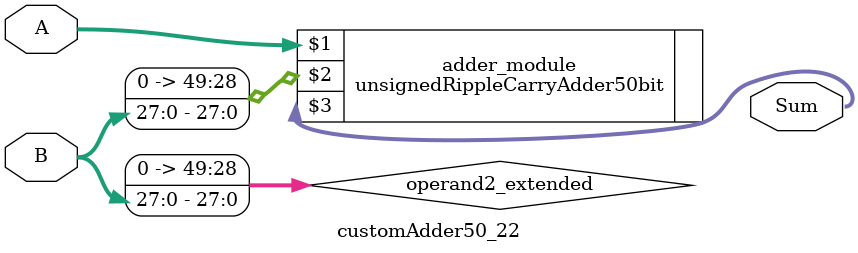
<source format=v>
module customAdder50_22(
                        input [49 : 0] A,
                        input [27 : 0] B,
                        
                        output [50 : 0] Sum
                );

        wire [49 : 0] operand2_extended;
        
        assign operand2_extended =  {22'b0, B};
        
        unsignedRippleCarryAdder50bit adder_module(
            A,
            operand2_extended,
            Sum
        );
        
        endmodule
        
</source>
